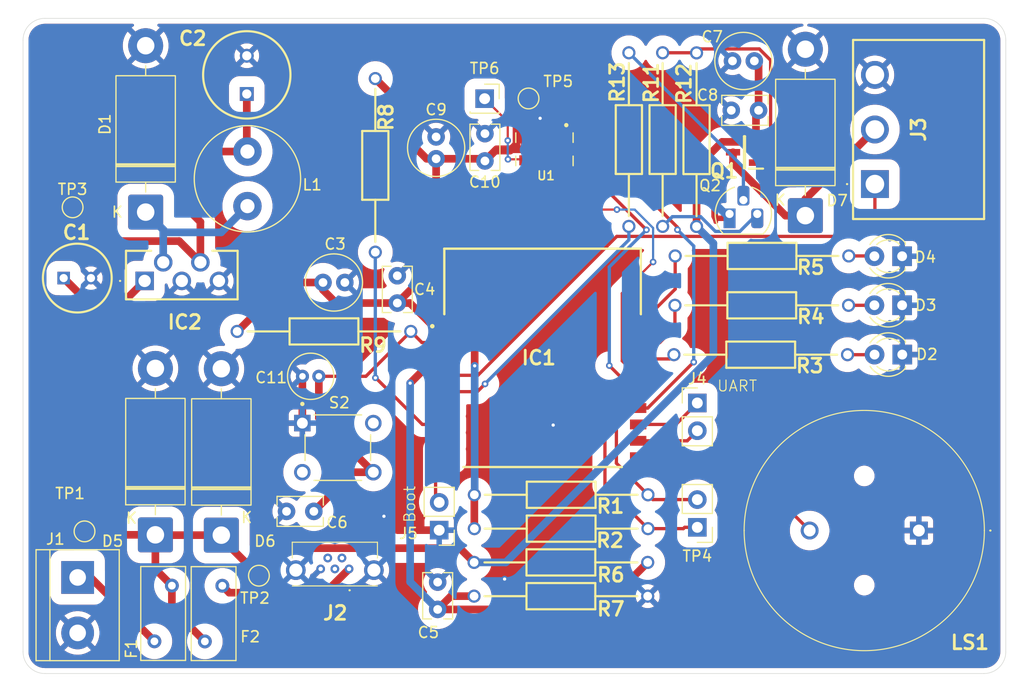
<source format=kicad_pcb>
(kicad_pcb (version 20241229) (generator "pcbnew") (generator_version "9.0")
  (layers (0 "F.Cu" signal) (2 "B.Cu" signal) (13 "F.Paste" user) (15 "B.Paste" user) (5 "F.SilkS" user "F.Silkscreen") (7 "B.SilkS" user "B.Silkscreen") (1 "F.Mask" user) (3 "B.Mask" user) (25 "Edge.Cuts" user))
  (net 0 "")
  (net 1 "+5V")
  (net 2 "+3V3")
  (net 3 "GND")
  (net 4 "+3.3V")
  (net 5 "BAT_V")
  (net 6 "MRESET")
  (net 7 "Net-(D1-K)")
  (net 8 "Net-(D2-A)")
  (net 9 "Net-(D3-A)")
  (net 10 "Net-(D4-A)")
  (net 11 "Net-(D7-K)")
  (net 12 "SDA")
  (net 13 "YLED")
  (net 14 "SERVO")
  (net 15 "RX")
  (net 16 "SCL")
  (net 17 "WAKE_INT")
  (net 18 "Net-(IC1-IO8)")
  (net 19 "GLED")
  (net 20 "RLED")
  (net 21 "CONTROL")
  (net 22 "BUZZ")
  (net 25 "TX")
  (net 26 "BOOT")
  (net 27 "Net-(Q1-G)")
  (net 28 "Net-(Q2-B)")
  (net 29 "Net-(Q2-C)")
  (net 34 "Net-(F2-Pad1)")
  (net 35 "Net-(J1-Pin_1)")
  (footprint "SamacSys_Parts:CAPPRD350W65D800H1300" (layer "F.Cu") (at 40.4903 56.9256 90)
    (property "Reference" "C2" (at 5.085603 -4.950309 180) (layer "F.SilkS") (effects (font (size 1.27 1.27) (thickness 0.254))))
    (property "Value" "330uF" (hide yes))
    (pad "1" thru_hole rect (at 0 0 90) (size 1.275 1.275) (drill 0.85) (layers "*.Cu" "*.Mask") (net 2 "+3V3"))
    (pad "2" thru_hole circle (at 3.5 0 90) (size 1.275 1.275) (drill 0.85) (layers "*.Cu" "*.Mask") (net 3 "GND"))
  )
  (footprint "SamacSys_Parts:ESP32C3WROOM02N4" (layer "F.Cu") (at 68.5409 84.3893)
    (property "Reference" "IC1" (at -1.31 -3.3 0) (layer "F.SilkS") (effects (font (size 1.27 1.27) (thickness 0.254))))
    (property "Value" "ESP32-C3-WROOM-02-N4" (hide yes))
    (pad "1" smd rect (at -9.71 -6.2 90) (size 0.9 1.5) (layers "F.Cu" "F.Mask" "F.Paste") (net 4 "+3.3V"))
    (pad "2" smd rect (at -9.71 -4.7 90) (size 0.9 1.5) (layers "F.Cu" "F.Mask" "F.Paste") (net 6 "MRESET"))
    (pad "3" smd rect (at -9.71 -3.2 90) (size 0.9 1.5) (layers "F.Cu" "F.Mask" "F.Paste") (net 5 "BAT_V"))
    (pad "4" smd rect (at -9.71 -1.7 90) (size 0.9 1.5) (layers "F.Cu" "F.Mask" "F.Paste") (net 21 "CONTROL"))
    (pad "5" smd rect (at -9.71 -0.2 90) (size 0.9 1.5) (layers "F.Cu" "F.Mask" "F.Paste") (net 14 "SERVO"))
    (pad "6" smd rect (at -9.71 1.3 90) (size 0.9 1.5) (layers "F.Cu" "F.Mask" "F.Paste"))
    (pad "7" smd rect (at -9.71 2.8 90) (size 0.9 1.5) (layers "F.Cu" "F.Mask" "F.Paste") (net 18 "Net-(IC1-IO8)"))
    (pad "8" smd rect (at -9.71 4.3 90) (size 0.9 1.5) (layers "F.Cu" "F.Mask" "F.Paste") (net 26 "BOOT"))
    (pad "9" smd rect (at -9.71 5.8 90) (size 0.9 1.5) (layers "F.Cu" "F.Mask" "F.Paste"))
    (pad "10" smd rect (at 7.79 5.8 90) (size 0.9 1.5) (layers "F.Cu" "F.Mask" "F.Paste") (net 22 "BUZZ"))
    (pad "11" smd rect (at 7.79 4.3 90) (size 0.9 1.5) (layers "F.Cu" "F.Mask" "F.Paste") (net 15 "RX"))
    (pad "12" smd rect (at 7.79 2.8 90) (size 0.9 1.5) (layers "F.Cu" "F.Mask" "F.Paste") (net 25 "TX"))
    (pad "13" smd rect (at 7.79 1.3 90) (size 0.9 1.5) (layers "F.Cu" "F.Mask" "F.Paste") (net 16 "SCL"))
    (pad "14" smd rect (at 7.79 -0.2 90) (size 0.9 1.5) (layers "F.Cu" "F.Mask" "F.Paste") (net 12 "SDA"))
    (pad "15" smd rect (at 7.79 -1.7 90) (size 0.9 1.5) (layers "F.Cu" "F.Mask" "F.Paste") (net 17 "WAKE_INT"))
    (pad "16" smd rect (at 7.79 -3.2 90) (size 0.9 1.5) (layers "F.Cu" "F.Mask" "F.Paste") (net 20 "RLED"))
    (pad "17" smd rect (at 7.79 -4.7 90) (size 0.9 1.5) (layers "F.Cu" "F.Mask" "F.Paste") (net 13 "YLED"))
    (pad "18" smd rect (at 7.79 -6.2 90) (size 0.9 1.5) (layers "F.Cu" "F.Mask" "F.Paste") (net 19 "GLED"))
    (pad "19" smd rect (at 0 0 90) (size 0.7 0.7) (layers "F.Cu" "F.Mask" "F.Paste") (net 3 "GND"))
    (pad "20" smd rect (at 1.1 0 90) (size 0.7 0.7) (layers "F.Cu" "F.Mask" "F.Paste") (net 3 "GND"))
    (pad "21" smd rect (at 1.1 -1.1 90) (size 0.7 0.7) (layers "F.Cu" "F.Mask" "F.Paste") (net 3 "GND"))
    (pad "22" smd rect (at 0 -1.1 90) (size 0.7 0.7) (layers "F.Cu" "F.Mask" "F.Paste") (net 3 "GND"))
    (pad "23" smd rect (at -1.1 -1.1 90) (size 0.7 0.7) (layers "F.Cu" "F.Mask" "F.Paste") (net 3 "GND"))
    (pad "24" smd rect (at -1.1 0 90) (size 0.7 0.7) (layers "F.Cu" "F.Mask" "F.Paste") (net 3 "GND"))
    (pad "25" smd rect (at -1.1 1.1 90) (size 0.7 0.7) (layers "F.Cu" "F.Mask" "F.Paste") (net 3 "GND"))
    (pad "26" smd rect (at 0 1.1 90) (size 0.7 0.7) (layers "F.Cu" "F.Mask" "F.Paste") (net 3 "GND"))
    (pad "27" smd rect (at 1.1 1.1 90) (size 0.7 0.7) (layers "F.Cu" "F.Mask" "F.Paste") (net 3 "GND"))
  )
  (footprint "SamacSys_Parts:RESAD1590W60L630D240" (layer "F.Cu") (at 61.3059 102.9155)
    (property "Reference" "R7" (at 12.52 1.18 0) (layer "F.SilkS") (effects (font (size 1.27 1.27) (thickness 0.254))))
    (property "Value" "6.8kOhms" (hide yes))
    (pad "1" thru_hole circle (at 0 0) (size 1.2 1.2) (drill 0.8) (layers "*.Cu" "*.Mask") (net 5 "BAT_V"))
    (pad "2" thru_hole circle (at 15.9 0) (size 1.2 1.2) (drill 0.8) (layers "*.Cu" "*.Mask") (net 3 "GND"))
  )
  (footprint "Fuse:Fuse_BelFuse_0ZRE0012FF_L8.3mm_W3.8mm" (layer "F.Cu") (at 32.031 107.052 90)
    (property "Reference" "F1" (at -0.69 -2.11 270) (layer "F.SilkS"))
    (property "Value" "Polyfuse")
    (pad "1" thru_hole circle (at 0 0 90) (size 1.27 1.27) (drill 0.71) (layers "*.Cu" "*.Mask") (net 35 "Net-(J1-Pin_1)"))
    (pad "2" thru_hole circle (at 5.1 1.6 90) (size 1.27 1.27) (drill 0.71) (layers "*.Cu" "*.Mask") (net 1 "+5V"))
  )
  (footprint "LED_THT:LED_D3.0mm" (layer "F.Cu") (at 100.5191 80.7928 180)
    (property "Reference" "D2" (at -2.26 0.02 0) (layer "F.SilkS"))
    (property "Value" "R-LED")
    (pad "1" thru_hole rect (at 0 0 180) (size 1.8 1.8) (drill 0.9) (layers "*.Cu" "*.Mask") (net 3 "GND"))
    (pad "2" thru_hole circle (at 2.54 0 180) (size 1.8 1.8) (drill 0.9) (layers "*.Cu" "*.Mask") (net 8 "Net-(D2-A)"))
  )
  (footprint "Capacitor_THT:C_Rect_L4.0mm_W2.5mm_P2.50mm" (layer "F.Cu") (at 54.2748 73.5738 -90)
    (property "Reference" "C4" (at 1.25 -2.5052 0) (layer "F.SilkS"))
    (property "Value" "0.1uF")
    (pad "1" thru_hole circle (at 0 0 270) (size 1.6 1.6) (drill 0.8) (layers "*.Cu" "*.Mask") (net 3 "GND"))
    (pad "2" thru_hole circle (at 2.5 0 270) (size 1.6 1.6) (drill 0.8) (layers "*.Cu" "*.Mask") (net 4 "+3.3V"))
  )
  (footprint "Fuse:Fuse_BelFuse_0ZRE0012FF_L8.3mm_W3.8mm" (layer "F.Cu") (at 38.251 101.962 -90)
    (property "Reference" "F2" (at 4.67 -2.55 180) (layer "F.SilkS"))
    (property "Value" "Polyfuse")
    (pad "1" thru_hole circle (at 0 0 270) (size 1.27 1.27) (drill 0.71) (layers "*.Cu" "*.Mask") (net 34 "Net-(F2-Pad1)"))
    (pad "2" thru_hole circle (at 5.1 1.6 270) (size 1.27 1.27) (drill 0.71) (layers "*.Cu" "*.Mask") (net 1 "+5V"))
  )
  (footprint "Diode_THT:D_DO-201AD_P15.24mm_Horizontal" (layer "F.Cu") (at 32.1198 97.2985 90)
    (property "Reference" "D5" (at -0.58 -3.92 180) (layer "F.SilkS"))
    (property "Value" "1N5822")
    (fp_text user "K" (at 1.53 -2.19 180) (layer "F.SilkS"))
    (pad "1" thru_hole roundrect (at 0 0 90) (size 3.2 3.2) (drill 1.6) (layers "*.Cu" "*.Mask") (roundrect_rratio 0.078125) (net 1 "+5V"))
    (pad "2" thru_hole circle (at 15.24 0 90) (size 3.2 3.2) (drill 1.6) (layers "*.Cu" "*.Mask") (net 3 "GND"))
  )
  (footprint "SamacSys_Parts:SOT95P237X112-3N" (layer "F.Cu") (at 86.0707 62.2627 180)
    (property "Reference" "Q1" (at 1.8607 -1.7173 0) (layer "F.SilkS") (effects (font (size 1.27 1.27) (thickness 0.254))))
    (property "Value" "IRLML6402TRPBF" (hide yes))
    (pad "1" smd rect (at -1.05 -0.95 270) (size 0.6 1.3) (layers "F.Cu" "F.Mask" "F.Paste") (net 27 "Net-(Q1-G)"))
    (pad "2" smd rect (at -1.05 0.95 270) (size 0.6 1.3) (layers "F.Cu" "F.Mask" "F.Paste") (net 1 "+5V"))
    (pad "3" smd rect (at 1.05 0 270) (size 0.6 1.3) (layers "F.Cu" "F.Mask" "F.Paste") (net 11 "Net-(D7-K)"))
  )
  (footprint "SamacSys_Parts:RESAD1590W60L630D240" (layer "F.Cu") (at 78.5735 69.0533 90)
    (property "Reference" "R11" (at 13.148722 -1.037233 270) (layer "F.SilkS") (effects (font (size 1.27 1.27) (thickness 0.254))))
    (property "Value" "100 Ohms" (hide yes))
    (pad "1" thru_hole circle (at 0 0 90) (size 1.2 1.2) (drill 0.8) (layers "*.Cu" "*.Mask") (net 29 "Net-(Q2-C)"))
    (pad "2" thru_hole circle (at 15.9 0 90) (size 1.2 1.2) (drill 0.8) (layers "*.Cu" "*.Mask") (net 27 "Net-(Q1-G)"))
  )
  (footprint "TestPoint:TestPoint_Pad_D1.5mm" (layer "F.Cu") (at 41.601 101.042)
    (property "Reference" "TP2" (at -0.36 2.052 0) (layer "F.SilkS"))
    (property "Value" "TP_Ext")
    (pad "1" smd circle (at 0 0) (size 1.5 1.5) (layers "F.Cu" "F.Mask") (net 1 "+5V"))
  )
  (footprint "SamacSys_Parts:PKM22EPPH4001B0" (layer "F.Cu") (at 102.0381 96.9069 180)
    (property "Reference" "LS1" (at -4.67 -10.25 0) (layer "F.SilkS") (effects (font (size 1.27 1.27) (thickness 0.254))))
    (property "Value" "PKM22EPPH4001-B0" (hide yes))
    (pad "" np_thru_hole circle (at 5 -5 180) (size 1.4 1.4) (drill 1.4) (layers "*.Cu" "*.Mask"))
    (pad "" np_thru_hole circle (at 5 5 180) (size 1.4 1.4) (drill 1.4) (layers "*.Cu" "*.Mask"))
    (pad "1" thru_hole rect (at 0 0 180) (size 1.635 1.635) (drill 1.09) (layers "*.Cu" "*.Mask") (net 3 "GND"))
    (pad "2" thru_hole circle (at 10 0 180) (size 1.635 1.635) (drill 1.09) (layers "*.Cu" "*.Mask") (net 22 "BUZZ"))
  )
  (footprint "Connector_PinSocket_2.54mm:PinSocket_1x01_P2.54mm_Vertical" (layer "F.Cu") (at 62.2737 57.3568)
    (property "Reference" "TP6" (at 0 -2.77 0) (layer "F.SilkS"))
    (property "Value" "TP_IMUINT")
    (pad "1" thru_hole rect (at 0 0) (size 1.7 1.7) (drill 1) (layers "*.Cu" "*.Mask") (net 17 "WAKE_INT"))
  )
  (footprint "LED_THT:LED_D3.0mm" (layer "F.Cu") (at 100.5048 76.2736 180)
    (property "Reference" "D3" (at -2.17 0 0) (layer "F.SilkS"))
    (property "Value" "Y-LED")
    (pad "1" thru_hole rect (at 0 0 180) (size 1.8 1.8) (drill 0.9) (layers "*.Cu" "*.Mask") (net 3 "GND"))
    (pad "2" thru_hole circle (at 2.54 0 180) (size 1.8 1.8) (drill 0.9) (layers "*.Cu" "*.Mask") (net 9 "Net-(D3-A)"))
  )
  (footprint "SamacSys_Parts:RESAD1590W60L630D240" (layer "F.Cu") (at 61.3298 96.7325)
    (property "Reference" "R2" (at 12.42 1.08 0) (layer "F.SilkS") (effects (font (size 1.27 1.27) (thickness 0.254))))
    (property "Value" "4k7Ohms" (hide yes))
    (pad "1" thru_hole circle (at 0 0) (size 1.2 1.2) (drill 0.8) (layers "*.Cu" "*.Mask") (net 4 "+3.3V"))
    (pad "2" thru_hole circle (at 15.9 0) (size 1.2 1.2) (drill 0.8) (layers "*.Cu" "*.Mask") (net 12 "SDA"))
  )
  (footprint "Diode_THT:D_DO-201AD_P15.24mm_Horizontal" (layer "F.Cu") (at 38.1598 97.3285 90)
    (property "Reference" "D6" (at -0.55 4 180) (layer "F.SilkS"))
    (property "Value" "1N5822")
    (fp_text user "K" (at 1.62 2.32 180) (layer "F.SilkS"))
    (pad "1" thru_hole roundrect (at 0 0 90) (size 3.2 3.2) (drill 1.6) (layers "*.Cu" "*.Mask") (roundrect_rratio 0.078125) (net 1 "+5V"))
    (pad "2" thru_hole circle (at 15.24 0 90) (size 3.2 3.2) (drill 1.6) (layers "*.Cu" "*.Mask") (net 3 "GND"))
  )
  (footprint "Diode_THT:D_DO-201AD_P15.24mm_Horizontal" (layer "F.Cu") (at 31.2303 67.7456 90)
    (property "Reference" "D1" (at 8.0456 -3.7303 270) (layer "F.SilkS"))
    (property "Value" "1N5822")
    (fp_text user "K" (at 0 -2.6 180) (layer "F.SilkS"))
    (pad "1" thru_hole roundrect (at 0 0 90) (size 3.2 3.2) (drill 1.6) (layers "*.Cu" "*.Mask") (roundrect_rratio 0.078125) (net 7 "Net-(D1-K)"))
    (pad "2" thru_hole circle (at 15.24 0 90) (size 3.2 3.2) (drill 1.6) (layers "*.Cu" "*.Mask") (net 3 "GND"))
  )
  (footprint "Connector_PinHeader_2.54mm:PinHeader_1x02_P2.54mm_Vertical" (layer "F.Cu") (at 81.75 85.225)
    (property "Reference" "J4" (at 0 -2.225 0) (layer "F.SilkS"))
    (property "Value" "UART")
    (pad "1" thru_hole rect (at 0 0) (size 1.7 1.7) (drill 1) (layers "*.Cu" "*.Mask") (net 25 "TX"))
    (pad "2" thru_hole circle (at 0 2.54) (size 1.7 1.7) (drill 1) (layers "*.Cu" "*.Mask") (net 15 "RX"))
  )
  (footprint "SamacSys_Parts:TBP04R1250003BE" (layer "F.Cu") (at 98.0123 65.1785 90)
    (property "Reference" "J3" (at 5 4 90) (layer "F.SilkS") (effects (font (size 1.27 1.27) (thickness 0.254))))
    (property "Value" "TBP04R12-500-03BE" (hide yes))
    (pad "1" thru_hole rect (at 0 0 90) (size 2.55 2.55) (drill 1.7) (layers "*.Cu" "*.Mask") (net 21 "CONTROL"))
    (pad "2" thru_hole circle (at 5 0 90) (size 2.55 2.55) (drill 1.7) (layers "*.Cu" "*.Mask") (net 11 "Net-(D7-K)"))
    (pad "3" thru_hole circle (at 10 0 90) (size 2.55 2.55) (drill 1.7) (layers "*.Cu" "*.Mask") (net 3 "GND"))
  )
  (footprint "Diode_THT:D_DO-201AD_P15.24mm_Horizontal" (layer "F.Cu") (at 91.6423 68.0685 90)
    (property "Reference" "D7" (at 1.383912 2.913965 180) (layer "F.SilkS"))
    (property "Value" "1N5822")
    (fp_text user "K" (at 1.42 -2.3 180) (layer "F.SilkS"))
    (pad "1" thru_hole roundrect (at 0 0 90) (size 3.2 3.2) (drill 1.6) (layers "*.Cu" "*.Mask") (roundrect_rratio 0.078125) (net 11 "Net-(D7-K)"))
    (pad "2" thru_hole circle (at 15.24 0 90) (size 3.2 3.2) (drill 1.6) (layers "*.Cu" "*.Mask") (net 3 "GND"))
  )
  (footprint "ADXL345BCCZ-RL7:PQFN80P500X300X100-14N" (layer "F.Cu") (at 67.75 61.99 -90)
    (property "Reference" "U1" (at 2.42 -0.14 0) (layer "F.SilkS") (effects (font (size 0.8 0.8))))
    (property "Value" "ADXL345BCCZ-RL7")
    (pad "1" smd rect (at -1.01 -2 270) (size 0.92 0.61) (layers "F.Cu" "F.Paste") (net 4 "+3.3V"))
    (pad "2" smd rect (at -1.01 -1.2 270) (size 0.92 0.61) (layers "F.Cu" "F.Paste") (net 3 "GND"))
    (pad "3" smd rect (at -1.01 -0.4 270) (size 0.92 0.61) (layers "F.Cu" "F.Paste"))
    (pad "4" smd rect (at -1.01 0.4 270) (size 0.92 0.61) (layers "F.Cu" "F.Paste") (net 3 "GND"))
    (pad "5" smd rect (at -1.01 1.2 270) (size 0.92 0.61) (layers "F.Cu" "F.Paste") (net 3 "GND"))
    (pad "6" smd rect (at -1.01 2 270) (size 0.92 0.61) (layers "F.Cu" "F.Paste") (net 4 "+3.3V"))
    (pad "7" smd rect (at 0 2.01 270) (size 0.61 0.92) (layers "F.Cu" "F.Paste") (net 4 "+3.3V"))
    (pad "8" smd rect (at 1.01 2 270) (size 0.92 0.61) (layers "F.Cu" "F.Paste") (net 17 "WAKE_INT"))
    (pad "9" smd rect (at 1.01 1.2 270) (size 0.92 0.61) (layers "F.Cu" "F.Paste"))
    (pad "10" smd rect (at 1.01 0.4 270) (size 0.92 0.61) (layers "F.Cu" "F.Paste"))
    (pad "11" smd rect (at 1.01 -0.4 270) (size 0.92 0.61) (layers "F.Cu" "F.Paste"))
    (pad "12" smd rect (at 1.01 -1.2 270) (size 0.92 0.61) (layers "F.Cu" "F.Paste") (net 3 "GND"))
    (pad "13" smd rect (at 1.01 -2 270) (size 0.92 0.61) (layers "F.Cu" "F.Paste") (net 12 "SDA"))
    (pad "14" smd rect (at 0 -2.01 270) (size 0.61 0.92) (layers "F.Cu" "F.Paste") (net 16 "SCL"))
  )
  (footprint "SamacSys_Parts:RESAD1590W60L630D240" (layer "F.Cu") (at 79.722437 71.75847)
    (property "Reference" "R5" (at 12.409069 1.050737 0) (layer "F.SilkS") (effects (font (size 1.27 1.27) (thickness 0.254))))
    (property "Value" "27 Ohms" (hide yes))
    (pad "1" thru_hole circle (at 0 0) (size 1.2 1.2) (drill 0.8) (layers "*.Cu" "*.Mask") (net 19 "GLED"))
    (pad "2" thru_hole circle (at 15.9 0) (size 1.2 1.2) (drill 0.8) (layers "*.Cu" "*.Mask") (net 10 "Net-(D4-A)"))
  )
  (footprint "Capacitor_THT:C_Rect_L4.0mm_W2.5mm_P2.50mm" (layer "F.Cu") (at 84.8607 58.4227)
    (property "Reference" "C8" (at -2.164413 -1.398153 0) (layer "F.SilkS"))
    (property "Value" "0.1uF")
    (pad "1" thru_hole circle (at 0 0) (size 1.6 1.6) (drill 0.8) (layers "*.Cu" "*.Mask") (net 3 "GND"))
    (pad "2" thru_hole circle (at 2.5 0) (size 1.6 1.6) (drill 0.8) (layers "*.Cu" "*.Mask") (net 1 "+5V"))
  )
  (footprint "SamacSys_Parts:RESAD1590W60L630D240" (layer "F.Cu") (at 81.6796 53.1624 -90)
    (property "Reference" "R12" (at 2.812141 1.14336 270) (layer "F.SilkS") (effects (font (size 1.27 1.27) (thickness 0.254))))
    (property "Value" "100kOhms" (hide yes))
    (pad "1" thru_hole circle (at 0 0 270) (size 1.2 1.2) (drill 0.8) (layers "*.Cu" "*.Mask") (net 27 "Net-(Q1-G)"))
    (pad "2" thru_hole circle (at 15.9 0 270) (size 1.2 1.2) (drill 0.8) (layers "*.Cu" "*.Mask") (net 1 "+5V"))
  )
  (footprint "SamacSys_Parts:USB3145301A" (layer "F.Cu") (at 48.556 100.202 180)
    (property "Reference" "J2" (at -0.034 -4.258 0) (layer "F.SilkS") (effects (font (size 1.27 1.27) (thickness 0.254))))
    (property "Value" "USB3145-30-1-A" (hide yes))
    (pad "1" thru_hole circle (at -1.3 -0.22 180) (size 0.8 0.8) (drill 0.4) (layers "*.Cu" "*.Mask") (net 34 "Net-(F2-Pad1)"))
    (pad "2" thru_hole circle (at -0.65 0.78 180) (size 0.8 0.8) (drill 0.4) (layers "*.Cu" "*.Mask"))
    (pad "3" thru_hole circle (at 0 -0.22 180) (size 0.8 0.8) (drill 0.4) (layers "*.Cu" "*.Mask"))
    (pad "4" thru_hole circle (at 0.65 0.78 180) (size 0.8 0.8) (drill 0.4) (layers "*.Cu" "*.Mask"))
    (pad "5" thru_hole circle (at 1.3 -0.22 180) (size 0.8 0.8) (drill 0.4) (layers "*.Cu" "*.Mask") (net 3 "GND"))
    (pad "6" thru_hole circle (at -3.575 -0.33 180) (size 1.80315 1.80315) (drill 1.2021) (layers "*.Cu" "*.Mask") (net 3 "GND"))
    (pad "7" thru_hole circle (at 3.575 -0.33 180) (size 1.80315 1.80315) (drill 1.2021) (layers "*.Cu" "*.Mask") (net 3 "GND"))
  )
  (footprint "LED_THT:LED_D3.0mm" (layer "F.Cu") (at 100.5054 71.7858 180)
    (property "Reference" "D4" (at -2.129368 -0.087833 0) (layer "F.SilkS"))
    (property "Value" "G-LED")
    (pad "1" thru_hole rect (at 0 0 180) (size 1.8 1.8) (drill 0.9) (layers "*.Cu" "*.Mask") (net 3 "GND"))
    (pad "2" thru_hole circle (at 2.54 0 180) (size 1.8 1.8) (drill 0.9) (layers "*.Cu" "*.Mask") (net 10 "Net-(D4-A)"))
  )
  (footprint "Inductor_THT:L_Radial_D9.5mm_P5.00mm_Fastron_07HVP" (layer "F.Cu") (at 40.5503 67.1956 90)
    (property "Reference" "L1" (at 1.95 5.93 180) (layer "F.SilkS"))
    (property "Value" "330uH")
    (pad "1" thru_hole circle (at 0 0 90) (size 2.6 2.6) (drill 1.3) (layers "*.Cu" "*.Mask") (net 7 "Net-(D1-K)"))
    (pad "2" thru_hole circle (at 5 0 90) (size 2.6 2.6) (drill 1.3) (layers "*.Cu" "*.Mask") (net 2 "+3V3"))
  )
  (footprint "SamacSys_Parts:CAPPRD250W55D630H1220" (layer "F.Cu") (at 23.7203 73.7856)
    (property "Reference" "C1" (at 1.179691 -4.175603 0) (layer "F.SilkS") (effects (font (size 1.27 1.27) (thickness 0.254))))
    (property "Value" "100uF")
    (pad "1" thru_hole rect (at 0 0) (size 1.15 1.15) (drill 0.75) (layers "*.Cu" "*.Mask") (net 1 "+5V"))
    (pad "2" thru_hole circle (at 2.5 0) (size 1.15 1.15) (drill 0.75) (layers "*.Cu" "*.Mask") (net 3 "GND"))
  )
  (footprint "TestPoint:TestPoint_Pad_D1.5mm" (layer "F.Cu") (at 25.631 96.982 180)
    (property "Reference" "TP1" (at 1.32 3.47 0) (layer "F.SilkS"))
    (property "Value" "TP_Bat")
    (pad "1" smd circle (at 0 0 180) (size 1.5 1.5) (layers "F.Cu" "F.Mask") (net 1 "+5V"))
  )
  (footprint "SamacSys_Parts:RESAD1590W60L630D240" (layer "F.Cu") (at 75.482 69.0533 90)
    (property "Reference" "R13" (at 13.208722 -1.065726 270) (layer "F.SilkS") (effects (font (size 1.27 1.27) (thickness 0.254))))
    (property "Value" "10kOhms" (hide yes))
    (pad "1" thru_hole circle (at 0 0 90) (size 1.2 1.2) (drill 0.8) (layers "*.Cu" "*.Mask") (net 14 "SERVO"))
    (pad "2" thru_hole circle (at 15.9 0 90) (size 1.2 1.2) (drill 0.8) (layers "*.Cu" "*.Mask") (net 28 "Net-(Q2-B)"))
  )
  (footprint "Capacitor_THT:C_Radial_D4.0mm_H7.0mm_P1.50mm" (layer "F.Cu") (at 47.0894 82.781 180)
    (property "Reference" "C11" (at 4.37 -0.12 0) (layer "F.SilkS"))
    (property "Value" "1uF")
    (pad "1" thru_hole circle (at 0 0 180) (size 1.2 1.2) (drill 0.6) (layers "*.Cu" "*.Mask") (net 6 "MRESET"))
    (pad "2" thru_hole circle (at 1.5 0 180) (size 1.2 1.2) (drill 0.6) (layers "*.Cu" "*.Mask") (net 3 "GND"))
  )
  (footprint "SamacSys_Parts:RESAD1590W60L630D240" (layer "F.Cu") (at 55.5094 78.671 180)
    (property "Reference" "R9" (at 3.459431 -1.269031 0) (layer "F.SilkS") (effects (font (size 1.27 1.27) (thickness 0.254))))
    (property "Value" "10kOhms" (hide yes))
    (pad "1" thru_hole circle (at 0 0 180) (size 1.2 1.2) (drill 0.8) (layers "*.Cu" "*.Mask") (net 6 "MRESET"))
    (pad "2" thru_hole circle (at 15.9 0 180) (size 1.2 1.2) (drill 0.8) (layers "*.Cu" "*.Mask") (net 4 "+3.3V"))
  )
  (footprint "SamacSys_Parts:RESAD1590W60L630D240" (layer "F.Cu") (at 79.700096 76.279922)
    (property "Reference" "R4" (at 12.439069 1.040737 0) (layer "F.SilkS") (effects (font (size 1.27 1.27) (thickness 0.254))))
    (property "Value" "27 Ohms" (hide yes))
    (pad "1" thru_hole circle (at 0 0) (size 1.2 1.2) (drill 0.8) (layers "*.Cu" "*.Mask") (net 13 "YLED"))
    (pad "2" thru_hole circle (at 15.9 0) (size 1.2 1.2) (drill 0.8) (layers "*.Cu" "*.Mask") (net 9 "Net-(D3-A)"))
  )
  (footprint "SamacSys_Parts:RESAD1590W60L630D240" (layer "F.Cu") (at 61.3308 93.6315)
    (property "Reference" "R1" (at 12.46 1.05 0) (layer "F.SilkS") (effects (font (size 1.27 1.27) (thickness 0.254))))
    (property "Value" "4k7Ohms" (hide yes))
    (pad "1" thru_hole circle (at 0 0) (size 1.2 1.2) (drill 0.8) (layers "*.Cu" "*.Mask") (net 4 "+3.3V"))
    (pad "2" thru_hole circle (at 15.9 0) (size 1.2 1.2) (drill 0.8) (layers "*.Cu" "*.Mask") (net 16 "SCL"))
  )
  (footprint "Capacitor_THT:C_Radial_D5.0mm_H11.0mm_P2.00mm" (layer "F.Cu") (at 84.9707 53.9027)
    (property "Reference" "C7" (at -1.854413 -2.218153 0) (layer "F.SilkS"))
    (property "Value" "10uF")
    (pad "1" thru_hole circle (at 0 0) (size 1.6 1.6) (drill 0.8) (layers "*.Cu" "*.Mask") (net 3 "GND"))
    (pad "2" thru_hole circle (at 2 0) (size 1.6 1.6) (drill 0.8) (layers "*.Cu" "*.Mask") (net 1 "+5V"))
  )
  (footprint "Connector_PinHeader_2.54mm:PinHeader_1x02_P2.54mm_Vertical" (layer "F.Cu") (at 58.1108 96.8715 180)
    (property "Reference" "J5" (at 2.813406 -0.298794 0) (layer "F.SilkS"))
    (property "Value" "Boot Pins")
    (pad "1" thru_hole rect (at 0 0 180) (size 1.7 1.7) (drill 1) (layers "*.Cu" "*.Mask") (net 3 "GND"))
    (pad "2" thru_hole circle (at 0 2.54 180) (size 1.7 1.7) (drill 1) (layers "*.Cu" "*.Mask") (net 26 "BOOT"))
  )
  (footprint "Connector_PinHeader_2.54mm:PinHeader_1x02_P2.54mm_Vertical" (layer "F.Cu") (at 81.75 96.6115 180)
    (property "Reference" "TP4" (at 0 -2.6385 0) (layer "F.SilkS"))
    (property "Value" "TP_I2C")
    (pad "1" thru_hole rect (at 0 0 180) (size 1.7 1.7) (drill 1) (layers "*.Cu" "*.Mask") (net 12 "SDA"))
    (pad "2" thru_hole circle (at 0 2.54 180) (size 1.7 1.7) (drill 1) (layers "*.Cu" "*.Mask") (net 16 "SCL"))
  )
  (footprint "TerminalBlock:TerminalBlock_bornier-2_P5.08mm" (layer "F.Cu") (at 25.001 101.202 -90)
    (property "Reference" "J1" (at -3.512 2.041 180) (layer "F.SilkS"))
    (property "Value" "Screw_Terminal_01x02")
    (pad "1" thru_hole rect (at 0 0 270) (size 3 3) (drill 1.52) (layers "*.Cu" "*.Mask") (net 35 "Net-(J1-Pin_1)"))
    (pad "2" thru_hole circle (at 5.08 0 270) (size 3 3) (drill 1.52) (layers "*.Cu" "*.Mask") (net 3 "GND"))
  )
  (footprint "Package_TO_SOT_THT:TO-92_HandSolder" (layer "F.Cu") (at 84.7007 67.9127)
    (property "Reference" "Q2" (at -1.784413 -2.598153 0) (layer "F.SilkS"))
    (property "Value" "BC547B")
    (pad "1" thru_hole rect (at 0 0) (size 1.1 1.8) (drill 0.75 (offset 0 0.4)) (layers "*.Cu" "*.Mask") (net 3 "GND"))
    (pad "2" thru_hole roundrect (at 1.27 -1.27) (size 1.1 1.8) (drill 0.75 (offset 0 -0.4)) (layers "*.Cu" "*.Mask") (net 28 "Net-(Q2-B)"))
    (pad "3" thru_hole roundrect (at 2.54 0) (size 1.1 1.8) (drill 0.75 (offset 0 0.4)) (layers "*.Cu" "*.Mask") (net 29 "Net-(Q2-C)"))
  )
  (footprint "SamacSys_Parts:RESAD1590W60L630D240" (layer "F.Cu") (at 61.3059 99.824)
    (property "Reference" "R6" (at 12.520944 1.15 0) (layer "F.SilkS") (effects (font (size 1.27 1.27) (thickness 0.254))))
    (property "Value" "10kOhms" (hide yes))
    (pad "1" thru_hole circle (at 0 0) (size 1.2 1.2) (drill 0.8) (layers "*.Cu" "*.Mask") (net 1 "+5V"))
    (pad "2" thru_hole circle (at 15.9 0) (size 1.2 1.2) (drill 0.8) (layers "*.Cu" "*.Mask") (net 5 "BAT_V"))
  )
  (footprint "TestPoint:TestPoint_Pad_D1.5mm" (layer "F.Cu") (at 24.5403 67.3056)
    (property "Reference" "TP3" (at 0 -1.648 0) (layer "F.SilkS"))
    (property "Value" "TP_3V3")
    (pad "1" smd circle (at 0 0) (size 1.5 1.5) (layers "F.Cu" "F.Mask") (net 2 "+3V3"))
  )
  (footprint "SamacSys_Parts:LM257533WT" (layer "F.Cu") (at 31.1363 74.0456)
    (property "Reference" "IC2" (at 3.6737 3.7744 0) (layer "F.SilkS") (effects (font (size 1.27 1.27) (thickness 0.254))))
    (property "Value" "LM2575-3.3WT" (hide yes))
    (pad "1" thru_hole rect (at 0 0) (size 1.695 1.695) (drill 1.13) (layers "*.Cu" "*.Mask") (net 1 "+5V"))
    (pad "2" thru_hole circle (at 1.702 -1.702) (size 1.695 1.695) (drill 1.13) (layers "*.Cu" "*.Mask") (net 7 "Net-(D1-K)"))
    (pad "3" thru_hole circle (at 3.404 0) (size 1.695 1.695) (drill 1.13) (layers "*.Cu" "*.Mask") (net 3 "GND"))
    (pad "4" thru_hole circle (at 5.105 -1.702) (size 1.695 1.695) (drill 1.13) (layers "*.Cu" "*.Mask") (net 2 "+3V3"))
    (pad "5" thru_hole circle (at 6.807 0) (size 1.695 1.695) (drill 1.13) (layers "*.Cu" "*.Mask") (net 3 "GND"))
  )
  (footprint "Capacitor_THT:C_Radial_D5.0mm_H11.0mm_P2.00mm" (layer "F.Cu") (at 49.47 74.19 180)
    (property "Reference" "C3" (at 0.89 3.52 0) (layer "F.SilkS"))
    (property "Value" "10uF")
    (pad "1" thru_hole circle (at 0 0 180) (size 1.6 1.6) (drill 0.8) (layers "*.Cu" "*.Mask") (net 3 "GND"))
    (pad "2" thru_hole circle (at 2 0 180) (size 1.6 1.6) (drill 0.8) (layers "*.Cu" "*.Mask") (net 4 "+3.3V"))
  )
  (footprint "Capacitor_THT:C_Radial_D5.0mm_H11.0mm_P2.00mm" (layer "F.Cu") (at 57.83 60.86 -90)
    (property "Reference" "C9" (at -2.5 0 180) (layer "F.SilkS"))
    (property "Value" "10uF")
    (pad "1" thru_hole circle (at 0 0 270) (size 1.6 1.6) (drill 0.8) (layers "*.Cu" "*.Mask") (net 3 "GND"))
    (pad "2" thru_hole circle (at 2 0 270) (size 1.6 1.6) (drill 0.8) (layers "*.Cu" "*.Mask") (net 4 "+3.3V"))
  )
  (footprint "Capacitor_THT:C_Rect_L4.0mm_W2.5mm_P2.50mm" (layer "F.Cu") (at 57.9708 104.1315 90)
    (property "Reference" "C5" (at -2.11 -0.85 0) (layer "F.SilkS"))
    (property "Value" "0.1uF")
    (pad "1" thru_hole circle (at 0 0 90) (size 1.6 1.6) (drill 0.8) (layers "*.Cu" "*.Mask") (net 5 "BAT_V"))
    (pad "2" thru_hole circle (at 2.5 0 90) (size 1.6 1.6) (drill 0.8) (layers "*.Cu" "*.Mask") (net 3 "GND"))
  )
  (footprint "Capacitor_THT:C_Rect_L4.0mm_W2.5mm_P2.50mm" (layer "F.Cu") (at 62.3 60.56 -90)
    (property "Reference" "C10" (at 4.43 0.01 0) (layer "F.SilkS"))
    (property "Value" "0.1uF")
    (pad "1" thru_hole circle (at 0 0 270) (size 1.6 1.6) (drill 0.8) (layers "*.Cu" "*.Mask") (net 3 "GND"))
    (pad "2" thru_hole circle (at 2.5 0 270) (size 1.6 1.6) (drill 0.8) (layers "*.Cu" "*.Mask") (net 4 "+3.3V"))
  )
  (footprint "Capacitor_THT:C_Rect_L4.0mm_W2.5mm_P2.50mm" (layer "F.Cu") (at 44.131 95.152)
    (property "Reference" "C6" (at 4.63 1.01 0) (layer "F.SilkS"))
    (property "Value" "0.1uF")
    (pad "1" thru_hole circle (at 0 0) (size 1.6 1.6) (drill 0.8) (layers "*.Cu" "*.Mask") (net 3 "GND"))
    (pad "2" thru_hole circle (at 2.5 0) (size 1.6 1.6) (drill 0.8) (layers "*.Cu" "*.Mask") (net 6 "MRESET"))
  )
  (footprint "TS02-66-60-BK-260-LCR-D:SW_TS02-66-60-BK-260-LCR-D" (layer "F.Cu") (at 48.828716 89.31651)
    (property "Reference" "S2" (at 0.131284 -4.11651 0) (layer "F.SilkS"))
    (property "Value" "TS02-66-60-BK-260-LCR-D")
    (pad "1" thru_hole rect (at -3.25 -2.25) (size 1.508 1.508) (drill 1) (layers "*.Cu" "*.Mask") (net 3 "GND"))
    (pad "2" thru_hole circle (at 3.25 -2.25) (size 1.508 1.508) (drill 1) (layers "*.Cu" "*.Mask"))
    (pad "3" thru_hole circle (at -3.25 2.25) (size 1.508 1.508) (drill 1) (layers "*.Cu" "*.Mask"))
    (pad "4" thru_hole circle (at 3.25 2.25) (size 1.508 1.508) (drill 1) (layers "*.Cu" "*.Mask") (net 6 "MRESET"))
  )
  (footprint "SamacSys_Parts:RESAD1590W60L630D240" (layer "F.Cu") (at 79.605744 80.802244)
    (property "Reference" "R3" (at 12.439069 1.020737 0) (layer "F.SilkS") (effects (font (size 1.27 1.27) (thickness 0.254))))
    (property "Value" "27 Ohms" (hide yes))
    (pad "1" thru_hole circle (at 0 0) (size 1.2 1.2) (drill 0.8) (layers "*.Cu" "*.Mask") (net 20 "RLED"))
    (pad "2" thru_hole circle (at 15.9 0) (size 1.2 1.2) (drill 0.8) (layers "*.Cu" "*.Mask") (net 8 "Net-(D2-A)"))
  )
  (footprint "SamacSys_Parts:RESAD1590W60L630D240" (layer "F.Cu") (at 52.2603 55.5156 -90)
    (property "Reference" "R8" (at 3.5344 -0.9797 90) (layer "F.SilkS") (effects (font (size 1.27 1.27) (thickness 0.254))))
    (property "Value" "10kOhms" (hide yes))
    (pad "1" thru_hole circle (at 0 0 270) (size 1.2 1.2) (drill 0.8) (layers "*.Cu" "*.Mask") (net 4 "+3.3V"))
    (pad "2" thru_hole circle (at 15.9 0 270) (size 1.2 1.2) (drill 0.8) (layers "*.Cu" "*.Mask") (net 18 "Net-(IC1-IO8)"))
  )
  (footprint "TestPoint:TestPoint_Pad_D1.5mm" (layer "F.Cu") (at 66.2937 57.3368)
    (property "Reference" "TP5" (at 2.72 -1.558 0) (layer "F.SilkS"))
    (property "Value" "TP_IMUV")
    (pad "1" smd circle (at 0 0) (size 1.5 1.5) (layers "F.Cu" "F.Mask") (net 4 "+3.3V"))
  )
  (gr_line (start 108 110) (end 22 110) (stroke (width 0.05)) (layer "Edge.Cuts"))
  (gr_arc (start 108 50) (mid 109.414214 50.585786) (end 110 52) (stroke (width 0.05)) (layer "Edge.Cuts"))
  (gr_line (start 22 50) (end 108 50) (stroke (width 0.05)) (layer "Edge.Cuts"))
  (gr_arc (start 20 52) (mid 20.585786 50.585786) (end 22 50) (stroke (width 0.05)) (layer "Edge.Cuts"))
  (gr_arc (start 22 110) (mid 20.585786 109.414214) (end 20 108) (stroke (width 0.05)) (layer "Edge.Cuts"))
  (gr_line (start 20 108) (end 20 52) (stroke (width 0.05)) (layer "Edge.Cuts"))
  (gr_line (start 110 52) (end 110 108) (stroke (width 0.05)) (layer "Edge.Cuts"))
  (gr_arc (start 110 108) (mid 109.414214 109.414214) (end 108 110) (stroke (width 0.05)) (layer "Edge.Cuts"))
  (gr_text "Boot" (at 56 96.25 90) (layer "F.SilkS") (effects (font (size 1 1) (thickness 0.1)) (justify left bottom)))
  (gr_text "UART" (at 83.5 84.25 0) (layer "F.SilkS") (effects (font (size 1 1) (thickness 0.1)) (justify left bottom)))
  (segment (start 28.6819 76.5) (end 26.4347 76.5) (width 0.7) (layer "F.Cu") (net 1))
  (segment (start 81.6796 69.0624) (end 81.6796 63.6518) (width 0.7) (layer "F.Cu") (net 1))
  (segment (start 38.1598 97.6008) (end 41.601 101.042) (width 0.7) (layer "F.Cu") (net 1))
  (segment (start 31.1363 74.0456) (end 28.6819 76.5) (width 0.7) (layer "F.Cu") (net 1))
  (segment (start 84.0187 61.3127) (end 87.1207 61.3127) (width 0.7) (layer "F.Cu") (net 1))
  (segment (start 38.1598 97.3285) (end 32.1498 97.3285) (width 0.7) (layer "F.Cu") (net 1))
  (segment (start 25.631 75.6963) (end 23.7203 73.7856) (width 0.7) (layer "F.Cu") (net 1))
  (segment (start 26.4347 76.5) (end 23.7203 73.7856) (width 0.7) (layer "F.Cu") (net 1))
  (segment (start 25.631 96.982) (end 25.631 75.6963) (width 0.7) (layer "F.Cu") (net 1))
  (segment (start 81.6796 63.6518) (end 84.0187 61.3127) (width 0.7) (layer "F.Cu") (net 1))
  (segment (start 87.3607 58.4227) (end 87.3607 54.2927) (width 0.7) (layer "F.Cu") (net 1))
  (segment (start 32.1498 97.3285) (end 32.1198 97.2985) (width 0.7) (layer "F.Cu") (net 1))
  (segment (start 33.631 101.952) (end 33.631 104.042) (width 0.7) (layer "F.Cu") (net 1))
  (segment (start 87.1207 58.6627) (end 87.3607 58.4227) (width 0.7) (layer "F.Cu") (net 1))
  (segment (start 87.3607 54.2927) (end 86.9707 53.9027) (width 0.7) (layer "F.Cu") (net 1))
  (segment (start 60.0029 98.521) (end 44.122 98.521) (width 0.7) (layer "F.Cu") (net 1))
  (segment (start 38.1598 97.3285) (end 38.1598 97.6008) (width 0.7) (layer "F.Cu") (net 1))
  (segment (start 61.3059 99.824) (end 60.0029 98.521) (width 0.7) (layer "F.Cu") (net 1))
  (segment (start 44.122 98.521) (end 41.601 101.042) (width 0.7) (layer "F.Cu") (net 1))
  (segment (start 87.1207 61.3127) (end 87.1207 58.6627) (width 0.7) (layer "F.Cu") (net 1))
  (segment (start 32.1198 97.2985) (end 32.1198 100.4408) (width 0.7) (layer "F.Cu") (net 1))
  (segment (start 25.9475 97.2985) (end 25.631 96.982) (width 0.7) (layer "F.Cu") (net 1))
  (segment (start 32.1198 97.2985) (end 25.9475 97.2985) (width 0.7) (layer "F.Cu") (net 1))
  (segment (start 33.631 104.042) (end 36.651 107.062) (width 0.7) (layer "F.Cu") (net 1))
  (segment (start 32.1198 100.4408) (end 33.631 101.952) (width 0.7) (layer "F.Cu") (net 1))
  (segment (start 83.22 80.812786) (end 64.208786 99.824) (width 0.7) (layer "B.Cu") (net 1))
  (segment (start 83.22 70.6028) (end 83.22 80.812786) (width 0.7) (layer "B.Cu") (net 1))
  (segment (start 81.6796 69.0624) (end 83.22 70.6028) (width 0.7) (layer "B.Cu") (net 1))
  (segment (start 64.208786 99.824) (end 61.3059 99.824) (width 0.7) (layer "B.Cu") (net 1))
  (segment (start 35.2 63.4) (end 36.4044 62.1956) (width 0.7) (layer "F.Cu") (net 2))
  (segment (start 34.2977 70.4) (end 36.2413 72.3436) (width 0.7) (layer "F.Cu") (net 2))
  (segment (start 35.2 67.6) (end 35.2 63.4) (width 0.7) (layer "F.Cu") (net 2))
  (segment (start 36.4044 62.1956) (end 40.5503 62.1956) (width 0.7) (layer "F.Cu") (net 2))
  (segment (start 36.2413 72.3436) (end 36.2413 68.6413) (width 0.7) (layer "F.Cu") (net 2))
  (segment (start 40.4903 62.1356) (end 40.5503 62.1956) (width 0.7) (layer "F.Cu") (net 2))
  (segment (start 24.5403 67.3056) (end 27.6347 70.4) (width 0.7) (layer "F.Cu") (net 2))
  (segment (start 36.1 72.2023) (end 36.2413 72.3436) (width 0.7) (layer "F.Cu") (net 2))
  (segment (start 40.4903 56.9256) (end 40.4903 62.1356) (width 0.7) (layer "F.Cu") (net 2))
  (segment (start 36.2413 68.6413) (end 35.2 67.6) (width 0.7) (layer "F.Cu") (net 2))
  (segment (start 27.6347 70.4) (end 34.2977 70.4) (width 0.7) (layer "F.Cu") (net 2))
  (segment (start 66.55 60.98) (end 67.354265 60.175735) (width 0.3) (layer "F.Cu") (net 3))
  (segment (start 66.55 60.98) (end 67.35 60.98) (width 0.3) (layer "F.Cu") (net 3))
  (segment (start 67.604265 59.75) (end 68.5 59.75) (width 0.3) (layer "F.Cu") (net 3))
  (segment (start 68.5 59.75) (end 68.949 60.199) (width 0.3) (layer "F.Cu") (net 3))
  (segment (start 45.578716 87.06651) (end 45.578716 82.791684) (width 0.7) (layer "F.Cu") (net 3))
  (segment (start 68.949 60.219) (end 68.95 60.22) (width 0.3) (layer "F.Cu") (net 3))
  (segment (start 54.3215 96.8715) (end 53.05 95.6) (width 0.7) (layer "F.Cu") (net 3))
  (segment (start 67.354265 60.975735) (end 67.35 60.98) (width 0.3) (layer "F.Cu") (net 3))
  (segment (start 68.95 63) (end 68.95 60.98) (width 0.3) (layer "F.Cu") (net 3))
  (segment (start 67.354265 59.5) (end 67.604265 59.75) (width 0.3) (layer "F.Cu") (net 3))
  (segment (start 58.1108 96.8715) (end 54.3215 96.8715) (width 0.7) (layer "F.Cu") (net 3))
  (segment (start 67.354265 60.175735) (end 67.354265 59.5) (width 0.3) (layer "F.Cu") (net 3))
  (segment (start 68.95 60.22) (end 68.95 60.98) (width 0.3) (layer "F.Cu") (net 3))
  (segment (start 67.354265 59.154265) (end 67.354265 60.975735) (width 0.3) (layer "F.Cu") (net 3))
  (segment (start 68.949 60.199) (end 68.949 60.219) (width 0.3) (layer "F.Cu") (net 3))
  (segment (start 45.578716 82.791684) (end 45.5894 82.781) (width 0.7) (layer "F.Cu") (net 3))
  (via (at 64.1 101.35) (size 0.6) (drill 0.3) (layers "F.Cu" "B.Cu") (net 3))
  (via (at 68.55 87.25) (size 0.6) (drill 0.3) (layers "F.Cu" "B.Cu") (net 3))
  (via (at 53.05 95.6) (size 0.6) (drill 0.3) (layers "F.Cu" "B.Cu") (net 3))
  (via (at 67.354265 59.154265) (size 0.6) (drill 0.3) (layers "F.Cu" "B.Cu") (net 3))
  (segment (start 84.3127 67.9127) (end 83.2 66.8) (width 0.7) (layer "B.Cu") (net 3))
  (segment (start 65.75 60.98) (end 65.75 61.98) (width 0.3) (layer "F.Cu") (net 4))
  (segment (start 57.83 62.86) (end 56.96 62.86) (width 0.7) (layer "F.Cu") (net 4))
  (segment (start 55.4338 76.0738) (end 54.2748 76.0738) (width 0.7) (layer "F.Cu") (net 4))
  (segment (start 65.75 59.91) (end 67.11 58.55) (width 0.3) (layer "F.Cu") (net 4))
  (segment (start 58.8309 78.1893) (end 57.5493 78.1893) (width 0.7) (layer "F.Cu") (net 4))
  (segment (start 39.629 78.671) (end 44.11 74.19) (width 0.7) (layer "F.Cu") (net 4))
  (segment (start 65.75 61.98) (end 65.74 61.99) (width 0.3) (layer "F.Cu") (net 4))
  (segment (start 39.6094 78.671) (end 39.629 78.671) (width 0.7) (layer "F.Cu") (net 4))
  (segment (start 57.83 72.5186) (end 54.2748 76.0738) (width 0.7) (layer "F.Cu") (net 4))
  (segment (start 61.36 79.8884) (end 61.36 81.82) (width 0.7) (layer "F.Cu") (net 4))
  (segment (start 47.47 74.87) (end 47.47 74.19) (width 0.7) (layer "F.Cu") (net 4))
  (segment (start 57.83 62.86) (end 57.83 72.5186) (width 0.7) (layer "F.Cu") (net 4))
  (segment (start 54.5 60.4) (end 54.5 57.7553) (width 0.7) (layer "F.Cu") (net 4))
  (segment (start 57.5493 78.1893) (end 55.4338 76.0738) (width 0.7) (layer "F.Cu") (net 4))
  (segment (start 59.6609 78.1893) (end 61.36 79.8884) (width 0.7) (layer "F.Cu") (net 4))
  (segment (start 63.37 61.99) (end 62.3 63.06) (width 0.7) (layer "F.Cu") (net 4))
  (segment (start 54.2748 76.0738) (end 48.6738 76.0738) (width 0.7) (layer "F.Cu") (net 4))
  (segment (start 62.1 62.86) (end 62.3 63.06) (width 0.7) (layer "F.Cu") (net 4))
  (segment (start 68.66 58.55) (end 69.75 59.64) (width 0.3) (layer "F.Cu") (net 4))
  (segment (start 63.251 62.109) (end 62.3 63.06) (width 0.7) (layer "F.Cu") (net 4))
  (segment (start 56.96 62.86) (end 54.5 60.4) (width 0.7) (layer "F.Cu") (net 4))
  (segment (start 44.11 74.19) (end 47.47 74.19) (width 0.7) (layer "F.Cu") (net 4))
  (segment (start 61.3298 93.6325) (end 61.3308 93.6315) (width 0.7) (layer "F.Cu") (net 4))
  (segment (start 65.191 58.4395) (end 65.191 61.521786) (width 0.7) (layer "F.Cu") (net 4))
  (segment (start 54.5 57.7553) (end 52.2603 55.5156) (width 0.7) (layer "F.Cu") (net 4))
  (segment (start 64.603786 62.109) (end 63.251 62.109) (width 0.7) (layer "F.Cu") (net 4))
  (segment (start 48.6738 76.0738) (end 47.47 74.87) (width 0.7) (layer "F.Cu") (net 4))
  (segment (start 65.191 61.521786) (end 64.603786 62.109) (width 0.7) (layer "F.Cu") (net 4))
  (segment (start 66.2937 57.3368) (end 65.191 58.4395) (width 0.7) (layer "F.Cu") (net 4))
  (segment (start 61.3298 96.7325) (end 61.3298 93.6325) (width 0.7) (layer "F.Cu") (net 4))
  (segment (start 57.83 62.86) (end 62.1 62.86) (width 0.7) (layer "F.Cu") (net 4))
  (segment (start 65.75 60.98) (end 65.75 59.91) (width 0.3) (layer "F.Cu") (net 4))
  (segment (start 65.74 61.99) (end 63.37 61.99) (width 0.7) (layer "F.Cu") (net 4))
  (segment (start 69.75 59.64) (end 69.75 60.98) (width 0.3) (layer "F.Cu") (net 4))
  (segment (start 67.11 58.55) (end 68.66 58.55) (width 0.3) (layer "F.Cu") (net 4))
  (segment (start 58.8309 78.1893) (end 59.6609 78.1893) (width 0.7) (layer "F.Cu") (net 4))
  (via (at 61.36 81.82) (size 0.6) (drill 0.3) (layers "F.Cu" "B.Cu") (net 4))
  (segment (start 61.36 93.6023) (end 61.3308 93.6315) (width 0.7) (layer "B.Cu") (net 4))
  (segment (start 61.36 81.82) (end 61.36 93.6023) (width 0.7) (layer "B.Cu") (net 4))
  (segment (start 61.3059 102.9155) (end 59.1868 102.9155) (width 0.7) (layer "F.Cu") (net 5))
  (segment (start 57.6707 81.1893) (end 58.8309 81.1893) (width 0.7) (layer "F.Cu") (net 5))
  (segment (start 59.1868 102.9155) (end 57.9708 104.1315) (width 0.7) (layer "F.Cu") (net 5))
  (segment (start 77.2059 99.824) (end 72.8984 104.1315) (width 0.7) (layer "F.Cu") (net 5))
  (segment (start 72.8984 104.1315) (end 57.9708 104.1315) (width 0.7) (layer "F.Cu") (net 5))
  (segment (start 55.45 83.41) (end 57.6707 81.1893) (width 0.7) (layer "F.Cu") (net 5))
  (via (at 55.45 83.41) (size 0.6) (drill 0.3) (layers "F.Cu" "B.Cu") (net 5))
  (segment (start 57.9708 104.1315) (end 55.45 101.6107) (width 0.7) (layer "B.Cu") (net 5))
  (segment (start 55.45 101.6107) (end 55.45 83.41) (width 0.7) (layer "B.Cu") (net 5))
  (segment (start 51.3994 82.781) (end 55.5094 78.671) (width 0.3) (layer "F.Cu") (net 6))
  (segment (start 47.0894 82.781) (end 51.3994 82.781) (width 0.3) (layer "F.Cu") (net 6))
  (segment (start 50.21649 91.56651) (end 46.631 95.152) (width 0.7) (layer "F.Cu") (net 6))
  (segment (start 47.0894 86.577194) (end 47.0894 82.781) (width 0.7) (layer "F.Cu") (net 6))
  (segment (start 55.5094 78.671) (end 56.5277 79.6893) (width 0.3) (layer "F.Cu") (net 6))
  (segment (start 52.078716 91.56651) (end 47.0894 86.577194) (width 0.7) (layer "F.Cu") (net 6))
  (segment (start 52.078716 91.56651) (end 50.21649 91.56651) (width 0.7) (layer "F.Cu") (net 6))
  (segment (start 56.5277 79.6893) (end 58.8309 79.6893) (width 0.3) (layer "F.Cu") (net 6))
  (segment (start 32.8383 69.3536) (end 31.2303 67.7456) (width 0.7) (layer "B.Cu") (net 7))
  (segment (start 40.5503 67.1956) (end 38.1459 69.6) (width 0.7) (layer "B.Cu") (net 7))
  (segment (start 33.0847 69.6) (end 31.2303 67.7456) (width 0.7) (layer "B.Cu") (net 7))
  (segment (start 38.1459 69.6) (end 33.0847 69.6) (width 0.7) (layer "B.Cu") (net 7))
  (segment (start 32.8383 72.3436) (end 32.8383 69.3536) (width 0.7) (layer "B.Cu") (net 7))
  (segment (start 97.969656 80.802244) (end 97.9791 80.7928) (width 0.3) (layer "F.Cu") (net 8))
  (segment (start 95.505744 80.802244) (end 97.969656 80.802244) (width 0.3) (layer "F.Cu") (net 8))
  (segment (start 97.958478 76.279922) (end 97.9648 76.2736) (width 0.3) (layer "F.Cu") (net 9))
  (segment (start 95.600096 76.279922) (end 97.958478 76.279922) (width 0.3) (layer "F.Cu") (net 9))
  (segment (start 95.622437 71.75847) (end 97.93807 71.75847) (width 0.3) (layer "F.Cu") (net 10))
  (segment (start 97.93807 71.75847) (end 97.9654 71.7858) (width 0.3) (layer "F.Cu") (net 10))
  (segment (start 91.6423 68.0685) (end 91.6423 66.5485) (width 0.7) (layer "F.Cu") (net 11))
  (segment (start 91.6423 66.5485) (end 98.0123 60.1785) (width 0.7) (layer "F.Cu") (net 11))
  (segment (start 85.0207 63.2627) (end 85.0207 62.2627) (width 0.7) (layer "F.Cu") (net 11))
  (segment (start 91.6423 68.0685) (end 89.8265 68.0685) (width 0.7) (layer "F.Cu") (net 11))
  (segment (start 89.8265 68.0685) (end 85.0207 63.2627) (width 0.7) (layer "F.Cu") (net 11))
  (segment (start 77.2298 96.7325) (end 73.29 92.7927) (width 0.3) (layer "F.Cu") (net 12))
  (segment (start 70.7205 63) (end 77.09 69.3695) (width 0.3) (layer "F.Cu") (net 12))
  (segment (start 76.0309 84.1893) (end 76.3309 84.1893) (width 0.3) (layer "F.Cu") (net 12))
  (segment (start 80.4698 96.7325) (end 80.5908 96.6115) (width 0.3) (layer "F.Cu") (net 12))
  (segment (start 77.2298 96.7325) (end 80.4698 96.7325) (width 0.3) (layer "F.Cu") (net 12))
  (segment (start 69.75 63) (end 70.7205 63) (width 0.3) (layer "F.Cu") (net 12))
  (segment (start 73.69 81.8) (end 76.0793 84.1893) (width 0.3) (layer "F.Cu") (net 12))
  (segment (start 73.29 92.7927) (end 73.29 86.9302) (width 0.3) (layer "F.Cu") (net 12))
  (segment (start 69.78 63) (end 69.8 63.02) (width 0.3) (layer "F.Cu") (net 12))
  (segment (start 73.29 86.9302) (end 76.0309 84.1893) (width 0.3) (layer "F.Cu") (net 12))
  (segment (start 76.6329 84.1893) (end 76.3309 84.1893) (width 0.3) (layer "F.Cu") (net 12))
  (segment (start 80.5908 96.6115) (end 81.75 96.6115) (width 0.3) (layer "F.Cu") (net 12))
  (segment (start 76.3309 84.1893) (end 76.0289 84.1893) (width 0.3) (layer "F.Cu") (net 12))
  (segment (start 69.75 63) (end 69.78 63) (width 0.3) (layer "F.Cu") (net 12))
  (segment (start 76.0793 84.1893) (end 76.3309 84.1893) (width 0.3) (layer "F.Cu") (net 12))
  (via (at 73.69 81.8) (size 0.6) (drill 0.3) (layers "F.Cu" "B.Cu") (net 12))
  (via (at 77.09 69.3695) (size 0.6) (drill 0.3) (layers "F.Cu" "B.Cu") (net 12))
  (segment (start 73.69 72.7695) (end 73.69 81.8) (width 0.3) (layer "B.Cu") (net 12))
  (segment (start 77.09 69.3695) (end 73.69 72.7695) (width 0.3) (layer "B.Cu") (net 12))
  (segment (start 79.700096 76.279922) (end 79.700096 78.299904) (width 0.3) (layer "F.Cu") (net 13))
  (segment (start 79.700096 78.299904) (end 78.3107 79.6893) (width 0.3) (layer "F.Cu") (net 13))
  (segment (start 78.3107 79.6893) (end 76.3309 79.6893) (width 0.3) (layer "F.Cu") (net 13))
  (segment (start 61.6007 84.1893) (end 62.31 83.48) (width 0.3) (layer "F.Cu") (net 14))
  (segment (start 58.8309 84.1893) (end 61.6007 84.1893) (width 0.3) (layer "F.Cu") (net 14))
  (via (at 62.31 83.48) (size 0.6) (drill 0.3) (layers "F.Cu" "B.Cu") (net 14))
  (segment (start 62.31 83.48) (end 62.31 83.46) (width 0.3) (layer "B.Cu") (net 14))
  (segment (start 75.482 70.288) (end 75.482 69.0533) (width 0.3) (layer "B.Cu") (net 14))
  (segment (start 62.31 83.46) (end 75.482 70.288) (width 0.3) (layer "B.Cu") (net 14))
  (segment (start 80.8257 88.6893) (end 81.75 87.765) (width 0.3) (layer "F.Cu") (net 15))
  (segment (start 76.3309 88.6893) (end 80.8257 88.6893) (width 0.3) (layer "F.Cu") (net 15))
  (segment (start 76.0309 85.6893) (end 76.3309 85.6893) (width 0.3) (layer "F.Cu") (net 16))
  (segment (start 76.3309 85.6893) (end 77.2107 85.6893) (width 0.3) (layer "F.Cu") (net 16))
  (segment (start 77.6708 94.0715) (end 81.75 94.0715) (width 0.3) (layer "F.Cu") (net 16))
  (segment (start 72.784407 61.99) (end 79.93 69.135593) (width 0.3) (layer "F.Cu") (net 16))
  (segment (start 77.2107 85.6893) (end 81.42 81.48) (width 0.3) (layer "F.Cu") (net 16))
  (segment (start 79.93 69.135593) (end 79.93 69.36) (width 0.3) (layer "F.Cu") (net 16))
  (segment (start 69.76 61.99) (end 72.784407 61.99) (width 0.3) (layer "F.Cu") (net 16))
  (segment (start 77.2308 93.6315) (end 74.34 90.7407) (width 0.3) (layer "F.Cu") (net 16))
  (segment (start 74.34 90.7407) (end 74.34 87.3802) (width 0.3) (layer "F.Cu") (net 16))
  (segment (start 77.2308 93.6315) (end 77.6708 94.0715) (width 0.3) (layer "F.Cu") (net 16))
  (segment (start 74.34 87.3802) (end 76.0309 85.6893) (width 0.3) (layer "F.Cu") (net 16))
  (via (at 81.42 81.48) (size 0.6) (drill 0.3) (layers "F.Cu" "B.Cu") (net 16))
  (via (at 79.93 69.36) (size 0.6) (drill 0.3) (layers "F.Cu" "B.Cu") (net 16))
  (segment (start 81.42 70.85) (end 79.93 69.36) (width 0.3) (layer "B.Cu") (net 16))
  (segment (start 81.42 81.48) (end 81.42 70.85) (width 0.3) (layer "B.Cu") (net 16))
  (segment (start 65.66 62.91) (end 65.75 63) (width 0.2) (layer "F.Cu") (net 17))
  (segment (start 62.2737 57.3568) (end 64.39 59.4731) (width 0.2) (layer "F.Cu") (net 17))
  (segment (start 65.75 63.66) (end 69.604015 67.514015) (width 0.2) (layer "F.Cu") (net 17))
  (segment (start 65.75 63) (end 65.75 63.66) (width 0.2) (layer "F.Cu") (net 17))
  (segment (start 64.41 62.91) (end 65.66 62.91) (width 0.2) (layer "F.Cu") (net 17))
  (segment (start 69.604015 67.514015) (end 74.385985 67.514015) (width 0.2) (layer "F.Cu") (net 17))
  (segment (start 74.83 75.18) (end 74.83 81.3904) (width 0.2) (layer "F.Cu") (net 17))
  (segment (start 76.1289 82.6893) (end 76.3309 82.6893) (width 0.2) (layer "F.Cu") (net 17))
  (segment (start 77.7 72.31) (end 74.83 75.18) (width 0.2) (layer "F.Cu") (net 17))
  (segment (start 64.39 59.4731) (end 64.39 61.19) (width 0.2) (layer "F.Cu") (net 17))
  (segment (start 74.83 81.3904) (end 76.1289 82.6893) (width 0.2) (layer "F.Cu") (net 17))
  (via (at 77.7 72.31) (size 0.6) (drill 0.3) (layers "F.Cu" "B.Cu") (net 17))
  (via (at 64.39 61.19) (size 0.6) (drill 0.3) (layers "F.Cu" "B.Cu") (net 17))
  (via (at 74.385985 67.514015) (size 0.6) (drill 0.3) (layers "F.Cu" "B.Cu") (net 17))
  (via (at 64.41 62.91) (size 0.6) (drill 0.3) (layers "F.Cu" "B.Cu") (net 17))
  (segment (start 64.39 62.89) (end 64.41 62.91) (width 0.2) (layer "B.Cu") (net 17))
  (segment (start 76.013747 67.514015) (end 77.7 69.200268) (width 0.2) (layer "B.Cu") (net 17))
  (segment (start 74.385985 67.514015) (end 76.013747 67.514015) (width 0.2) (layer "B.Cu") (net 17))
  (segment (start 77.7 69.200268) (end 77.7 72.31) (width 0.2) (layer "B.Cu") (net 17))
  (segment (start 64.39 61.19) (end 64.39 62.89) (width 0.2) (layer "B.Cu") (net 17))
  (segment (start 56.5693 87.1893) (end 52.3 82.92) (width 0.3) (layer "F.Cu") (net 18))
  (segment (start 58.8309 87.1893) (end 56.5693 87.1893) (width 0.3) (layer "F.Cu") (net 18))
  (segment (start 52.3 82.92) (end 52.27 82.92) (width 0.3) (layer "F.Cu") (net 18))
  (via (at 52.27 82.92) (size 0.6) (drill 0.3) (layers "F.Cu" "B.Cu") (net 18))
  (segment (start 52.27 82.55) (end 52.2603 82.5403) (width 0.3) (layer "B.Cu") (net 18))
  (segment (start 52.27 82.92) (end 52.27 82.55) (width 0.3) (layer "B.Cu") (net 18))
  (segment (start 52.2603 82.5403) (end 52.2603 71.4156) (width 0.3) (layer "B.Cu") (net 18))
  (segment (start 79.722437 74.797763) (end 76.3309 78.1893) (width 0.3) (layer "F.Cu") (net 19))
  (segment (start 79.722437 71.75847) (end 79.722437 74.797763) (width 0.3) (layer "F.Cu") (net 19))
  (segment (start 79.605744 80.802244) (end 79.217988 81.19) (width 0.3) (layer "F.Cu") (net 20))
  (segment (start 76.3316 81.19) (end 76.3309 81.1893) (width 0.3) (layer "F.Cu") (net 20))
  (segment (start 79.217988 81.19) (end 76.3316 81.19) (width 0.3) (layer "F.Cu") (net 20))
  (segment (start 98.0123 68.0677) (end 98.0123 65.1785) (width 0.3) (layer "F.Cu") (net 21))
  (segment (start 61.6507 82.6893) (end 74.3705 69.9695) (width 0.3) (layer "F.Cu") (net 21))
  (segment (start 96.1105 69.9695) (end 98.0123 68.0677) (width 0.3) (layer "F.Cu") (net 21))
  (segment (start 74.3705 69.9695) (end 96.1105 69.9695) (width 0.3) (layer "F.Cu") (net 21))
  (segment (start 58.8309 82.6893) (end 61.6507 82.6893) (width 0.3) (layer "F.Cu") (net 21))
  (segment (start 92.0381 96.9069) (end 85.3205 90.1893) (width 0.3) (layer "F.Cu") (net 22))
  (segment (start 85.3205 90.1893) (end 76.3309 90.1893) (width 0.3) (layer "F.Cu") (net 22))
  (segment (start 76.3309 87.1893) (end 79.7857 87.1893) (width 0.3) (layer "F.Cu") (net 25))
  (segment (start 79.7857 87.1893) (end 81.75 85.225) (width 0.3) (layer "F.Cu") (net 25))
  (segment (start 57.7799 89.4403) (end 58.5309 88.6893) (width 0.3) (layer "F.Cu") (net 26))
  (segment (start 58.5309 88.6893) (end 58.8309 88.6893) (width 0.3) (layer "F.Cu") (net 26))
  (segment (start 58.1108 94.3315) (end 57.7799 94.0006) (width 0.3) (layer "F.Cu") (net 26))
  (segment (start 57.7799 94.0006) (end 57.7799 89.4403) (width 0.3) (layer "F.Cu") (net 26))
  (segment (start 87.42675 52.8017) (end 88.4617 53.83665) (width 0.3) (layer "F.Cu") (net 27))
  (segment (start 82.0403 52.8017) (end 87.42675 52.8017) (width 0.3) (layer "F.Cu") (net 27))
  (segment (start 88.4617 61.8717) (end 87.1207 63.2127) (width 0.3) (layer "F.Cu") (net 27))
  (segment (start 81.6796 53.1624) (end 82.0403 52.8017) (width 0.3) (layer "F.Cu") (net 27))
  (segment (start 81.5824 53.1624) (end 81.5733 53.1533) (width 0.3) (layer "F.Cu") (net 27))
  (segment (start 88.4617 53.83665) (end 88.4617 61.8717) (width 0.3) (layer "F.Cu") (net 27))
  (segment (start 81.6796 53.1624) (end 81.5824 53.1624) (width 0.3) (layer "F.Cu") (net 27))
  (segment (start 81.5733 53.1533) (end 78.5735 53.1533) (width 0.3) (layer "F.Cu") (net 27))
  (segment (start 85.9707 66.6427) (end 85.9707 63.642) (width 0.3) (layer "B.Cu") (net 28))
  (segment (start 85.9707 63.642) (end 75.482 53.1533) (width 0.3) (layer "B.Cu") (net 28))
  (segment (start 87.2407 67.9127) (end 85.6397 69.5137) (width 0.3) (layer "B.Cu") (net 29))
  (segment (start 82.052807 68.1614) (end 79.4654 68.1614) (width 0.3) (layer "B.Cu") (net 29))
  (segment (start 79.4654 68.1614) (end 78.5735 69.0533) (width 0.3) (layer "B.Cu") (net 29))
  (segment (start 83.405107 69.5137) (end 82.052807 68.1614) (width 0.3) (layer "B.Cu") (net 29))
  (segment (start 85.6397 69.5137) (end 83.405107 69.5137) (width 0.3) (layer "B.Cu") (net 29))
  (segment (start 47.681 102.597) (end 49.856 100.422) (width 0.7) (layer "F.Cu") (net 34))
  (segment (start 38.251 101.962) (end 38.886 102.597) (width 0.7) (layer "F.Cu") (net 34))
  (segment (start 38.886 102.597) (end 47.681 102.597) (width 0.7) (layer "F.Cu") (net 34))
  (segment (start 26.181 101.202) (end 25.001 101.202) (width 0.7) (layer "F.Cu") (net 35))
  (segment (start 32.031 107.052) (end 26.181 101.202) (width 0.7) (layer "F.Cu") (net 35))
  (zone (net 3) (net_name "GND") (layer "F.Cu") (name "GND") (priority 1) (connect_pads (clearance 1)) (min_thickness 0.25) (fill yes (thermal_gap 0.5) (thermal_bridge_width 0.5))
    (polygon (pts (xy 19.17 48.43) (xy 111.34 48.32) (xy 111.69 111.97) (xy 17.89 111.15) (xy 18.82 48.44) (xy 19.16 48.43)))
  )
  (zone (net 3) (net_name "GND") (layer "B.Cu") (name "GND") (connect_pads (clearance 1)) (min_thickness 0.25) (fill yes (thermal_gap 0.5) (thermal_bridge_width 0.5))
    (polygon (pts (xy 19.45 49.58) (xy 110.63 48.8) (xy 111.18 111.55) (xy 18.8 110.58) (xy 19.48 49.57)))
  )
)
</source>
